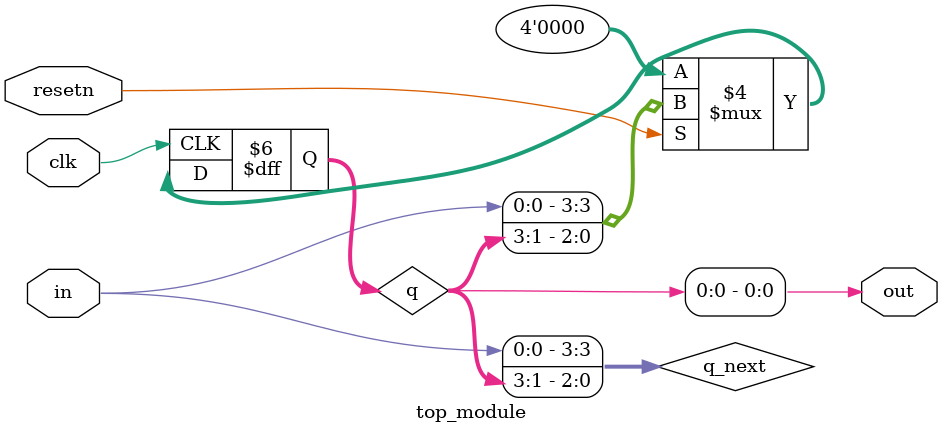
<source format=v>
module top_module (
    input clk,
    input resetn,   // synchronous reset
    input in,
    output out);
    wire [3:0]q;
    wire [3:0]q_next;
    assign q_next = {in,q[3:1]};
    assign out = q[0];
    always@(posedge clk)begin
        if(~resetn)
        	q <= 4'b0;
        else begin
            q <= q_next;
        end
    end
endmodule

</source>
